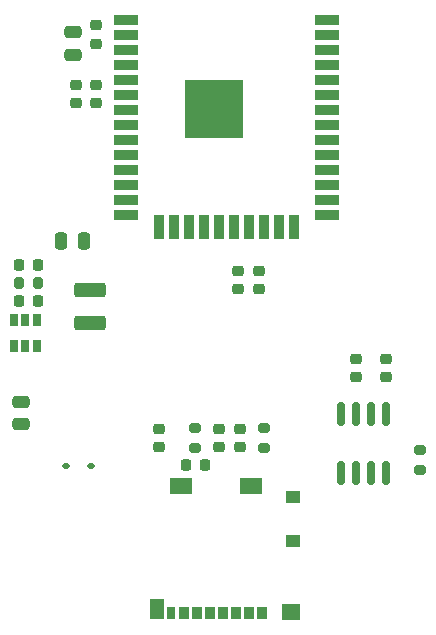
<source format=gbr>
G04 #@! TF.GenerationSoftware,KiCad,Pcbnew,7.0.10*
G04 #@! TF.CreationDate,2024-03-18T19:26:52+01:00*
G04 #@! TF.ProjectId,CanLite,43616e4c-6974-4652-9e6b-696361645f70,rev?*
G04 #@! TF.SameCoordinates,Original*
G04 #@! TF.FileFunction,Paste,Top*
G04 #@! TF.FilePolarity,Positive*
%FSLAX46Y46*%
G04 Gerber Fmt 4.6, Leading zero omitted, Abs format (unit mm)*
G04 Created by KiCad (PCBNEW 7.0.10) date 2024-03-18 19:26:52*
%MOMM*%
%LPD*%
G01*
G04 APERTURE LIST*
G04 Aperture macros list*
%AMRoundRect*
0 Rectangle with rounded corners*
0 $1 Rounding radius*
0 $2 $3 $4 $5 $6 $7 $8 $9 X,Y pos of 4 corners*
0 Add a 4 corners polygon primitive as box body*
4,1,4,$2,$3,$4,$5,$6,$7,$8,$9,$2,$3,0*
0 Add four circle primitives for the rounded corners*
1,1,$1+$1,$2,$3*
1,1,$1+$1,$4,$5*
1,1,$1+$1,$6,$7*
1,1,$1+$1,$8,$9*
0 Add four rect primitives between the rounded corners*
20,1,$1+$1,$2,$3,$4,$5,0*
20,1,$1+$1,$4,$5,$6,$7,0*
20,1,$1+$1,$6,$7,$8,$9,0*
20,1,$1+$1,$8,$9,$2,$3,0*%
G04 Aperture macros list end*
%ADD10RoundRect,0.218750X0.256250X-0.218750X0.256250X0.218750X-0.256250X0.218750X-0.256250X-0.218750X0*%
%ADD11RoundRect,0.218750X-0.256250X0.218750X-0.256250X-0.218750X0.256250X-0.218750X0.256250X0.218750X0*%
%ADD12RoundRect,0.250000X-0.475000X0.250000X-0.475000X-0.250000X0.475000X-0.250000X0.475000X0.250000X0*%
%ADD13RoundRect,0.250000X0.250000X0.475000X-0.250000X0.475000X-0.250000X-0.475000X0.250000X-0.475000X0*%
%ADD14RoundRect,0.112500X0.187500X0.112500X-0.187500X0.112500X-0.187500X-0.112500X0.187500X-0.112500X0*%
%ADD15RoundRect,0.200000X0.275000X-0.200000X0.275000X0.200000X-0.275000X0.200000X-0.275000X-0.200000X0*%
%ADD16RoundRect,0.150000X-0.150000X0.825000X-0.150000X-0.825000X0.150000X-0.825000X0.150000X0.825000X0*%
%ADD17RoundRect,0.218750X0.218750X0.256250X-0.218750X0.256250X-0.218750X-0.256250X0.218750X-0.256250X0*%
%ADD18RoundRect,0.250000X0.475000X-0.250000X0.475000X0.250000X-0.475000X0.250000X-0.475000X-0.250000X0*%
%ADD19R,0.850000X1.100000*%
%ADD20R,0.750000X1.100000*%
%ADD21R,1.200000X1.000000*%
%ADD22R,1.550000X1.350000*%
%ADD23R,1.900000X1.350000*%
%ADD24R,1.170000X1.800000*%
%ADD25RoundRect,0.225000X-0.225000X-0.250000X0.225000X-0.250000X0.225000X0.250000X-0.225000X0.250000X0*%
%ADD26RoundRect,0.200000X-0.200000X-0.275000X0.200000X-0.275000X0.200000X0.275000X-0.200000X0.275000X0*%
%ADD27R,2.000000X0.900000*%
%ADD28R,0.900000X2.000000*%
%ADD29R,5.000000X5.000000*%
%ADD30R,0.650000X1.060000*%
%ADD31RoundRect,0.250000X1.075000X-0.375000X1.075000X0.375000X-1.075000X0.375000X-1.075000X-0.375000X0*%
G04 APERTURE END LIST*
D10*
X111000000Y-54787500D03*
X111000000Y-53212500D03*
D11*
X111000000Y-58212500D03*
X111000000Y-59787500D03*
D10*
X133000000Y-82987500D03*
X133000000Y-81412500D03*
D12*
X104600000Y-85050000D03*
X104600000Y-86950000D03*
D13*
X109950000Y-71500000D03*
X108050000Y-71500000D03*
D10*
X123000000Y-75537500D03*
X123000000Y-73962500D03*
D14*
X110524000Y-90500000D03*
X108424000Y-90500000D03*
D10*
X109250000Y-59787500D03*
X109250000Y-58212500D03*
D11*
X124750000Y-73962500D03*
X124750000Y-75537500D03*
D10*
X116332000Y-88925500D03*
X116332000Y-87350500D03*
X135500000Y-82987500D03*
X135500000Y-81412500D03*
D15*
X138400000Y-90825000D03*
X138400000Y-89175000D03*
D16*
X135505000Y-86125000D03*
X134235000Y-86125000D03*
X132965000Y-86125000D03*
X131695000Y-86125000D03*
X131695000Y-91075000D03*
X132965000Y-91075000D03*
X134235000Y-91075000D03*
X135505000Y-91075000D03*
D17*
X120167500Y-90424000D03*
X118592500Y-90424000D03*
D10*
X121412000Y-88925500D03*
X121412000Y-87350500D03*
X123190000Y-88925500D03*
X123190000Y-87350500D03*
D18*
X109000000Y-55700000D03*
X109000000Y-53800000D03*
D17*
X106037500Y-73500000D03*
X104462500Y-73500000D03*
D19*
X124995000Y-102986000D03*
X123895000Y-102986000D03*
X122795000Y-102986000D03*
X121695000Y-102986000D03*
X120595000Y-102986000D03*
X119495000Y-102986000D03*
X118395000Y-102986000D03*
D20*
X117345000Y-102986000D03*
D21*
X127630000Y-96836000D03*
X127630000Y-93136000D03*
D22*
X127455000Y-102861000D03*
D23*
X124130000Y-92161000D03*
X118160000Y-92161000D03*
D24*
X116135000Y-102636000D03*
D25*
X104475000Y-76500000D03*
X106025000Y-76500000D03*
D26*
X104425000Y-75000000D03*
X106075000Y-75000000D03*
D27*
X113500000Y-52745000D03*
X113500000Y-54015000D03*
X113500000Y-55285000D03*
X113500000Y-56555000D03*
X113500000Y-57825000D03*
X113500000Y-59095000D03*
X113500000Y-60365000D03*
X113500000Y-61635000D03*
X113500000Y-62905000D03*
X113500000Y-64175000D03*
X113500000Y-65445000D03*
X113500000Y-66715000D03*
X113500000Y-67985000D03*
X113500000Y-69255000D03*
D28*
X116285000Y-70255000D03*
X117555000Y-70255000D03*
X118825000Y-70255000D03*
X120095000Y-70255000D03*
X121365000Y-70255000D03*
X122635000Y-70255000D03*
X123905000Y-70255000D03*
X125175000Y-70255000D03*
X126445000Y-70255000D03*
X127715000Y-70255000D03*
D27*
X130500000Y-69255000D03*
X130500000Y-67985000D03*
X130500000Y-66715000D03*
X130500000Y-65445000D03*
X130500000Y-64175000D03*
X130500000Y-62905000D03*
X130500000Y-61635000D03*
X130500000Y-60365000D03*
X130500000Y-59095000D03*
X130500000Y-57825000D03*
X130500000Y-56555000D03*
X130500000Y-55285000D03*
X130500000Y-54015000D03*
X130500000Y-52745000D03*
D29*
X121000000Y-60245000D03*
D30*
X105950000Y-78150000D03*
X105000000Y-78150000D03*
X104050000Y-78150000D03*
X104050000Y-80350000D03*
X105000000Y-80350000D03*
X105950000Y-80350000D03*
D15*
X119380000Y-88963000D03*
X119380000Y-87313000D03*
D31*
X110500000Y-78400000D03*
X110500000Y-75600000D03*
D15*
X125222000Y-88963000D03*
X125222000Y-87313000D03*
M02*

</source>
